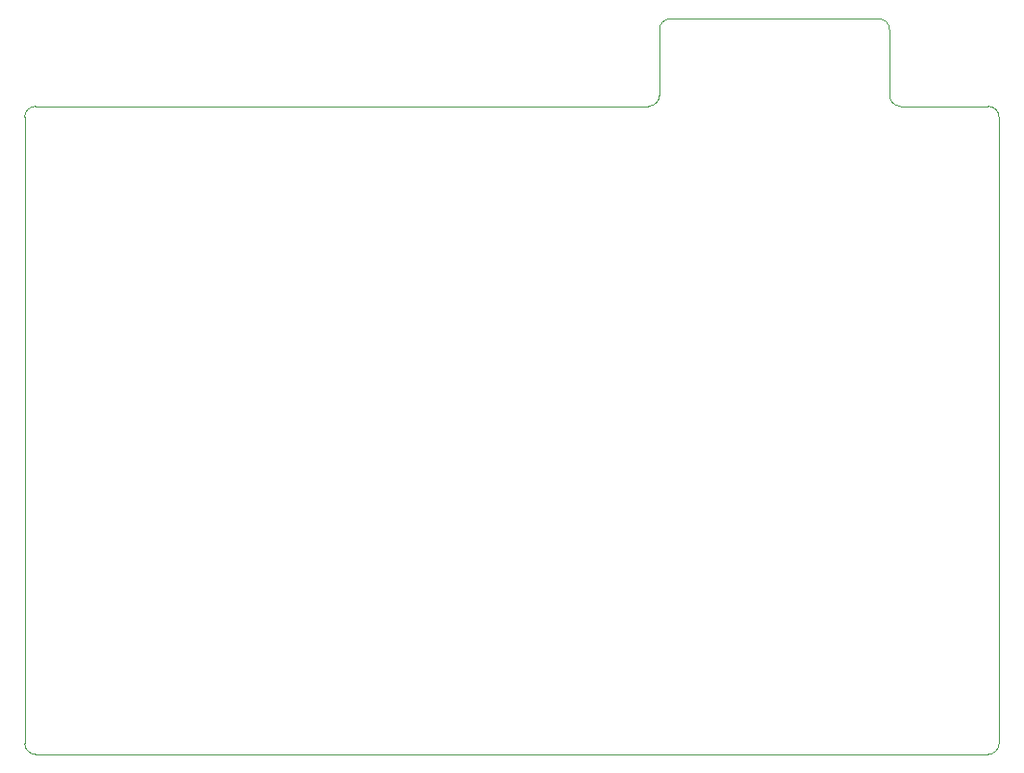
<source format=gm1>
%TF.GenerationSoftware,KiCad,Pcbnew,9.0.0*%
%TF.CreationDate,2025-05-12T22:40:27+02:00*%
%TF.ProjectId,ESP32_PeterDalmaris_Board,45535033-325f-4506-9574-657244616c6d,rev?*%
%TF.SameCoordinates,Original*%
%TF.FileFunction,Profile,NP*%
%FSLAX46Y46*%
G04 Gerber Fmt 4.6, Leading zero omitted, Abs format (unit mm)*
G04 Created by KiCad (PCBNEW 9.0.0) date 2025-05-12 22:40:27*
%MOMM*%
%LPD*%
G01*
G04 APERTURE LIST*
%TA.AperFunction,Profile*%
%ADD10C,0.050000*%
%TD*%
G04 APERTURE END LIST*
D10*
X110050000Y-50000000D02*
G75*
G02*
X111050000Y-49000000I1000000J0D01*
G01*
X198000000Y-49000000D02*
G75*
G02*
X199000000Y-50000000I0J-1000000D01*
G01*
X190000000Y-49000000D02*
X198000000Y-49000000D01*
X111050000Y-49000000D02*
X167000000Y-49000000D01*
X111050000Y-108200000D02*
G75*
G02*
X110050000Y-107200000I0J1000000D01*
G01*
X168000000Y-48000000D02*
G75*
G02*
X167000000Y-49000000I-1000000J0D01*
G01*
X111050000Y-108200000D02*
X198000000Y-108200000D01*
X188000000Y-41000000D02*
G75*
G02*
X189000000Y-42000000I0J-1000000D01*
G01*
X110050000Y-50000000D02*
X110050000Y-107200000D01*
X168000000Y-48000000D02*
X168000000Y-42000000D01*
X190000000Y-49000000D02*
G75*
G02*
X189000000Y-48000000I0J1000000D01*
G01*
X199000000Y-107200000D02*
G75*
G02*
X198000000Y-108200000I-1000000J0D01*
G01*
X199000000Y-50000000D02*
X199000000Y-107200000D01*
X189000000Y-48000000D02*
X189000000Y-42000000D01*
X169000000Y-41000000D02*
X188000000Y-41000000D01*
X168000000Y-42000000D02*
G75*
G02*
X169000000Y-41000000I1000000J0D01*
G01*
M02*

</source>
